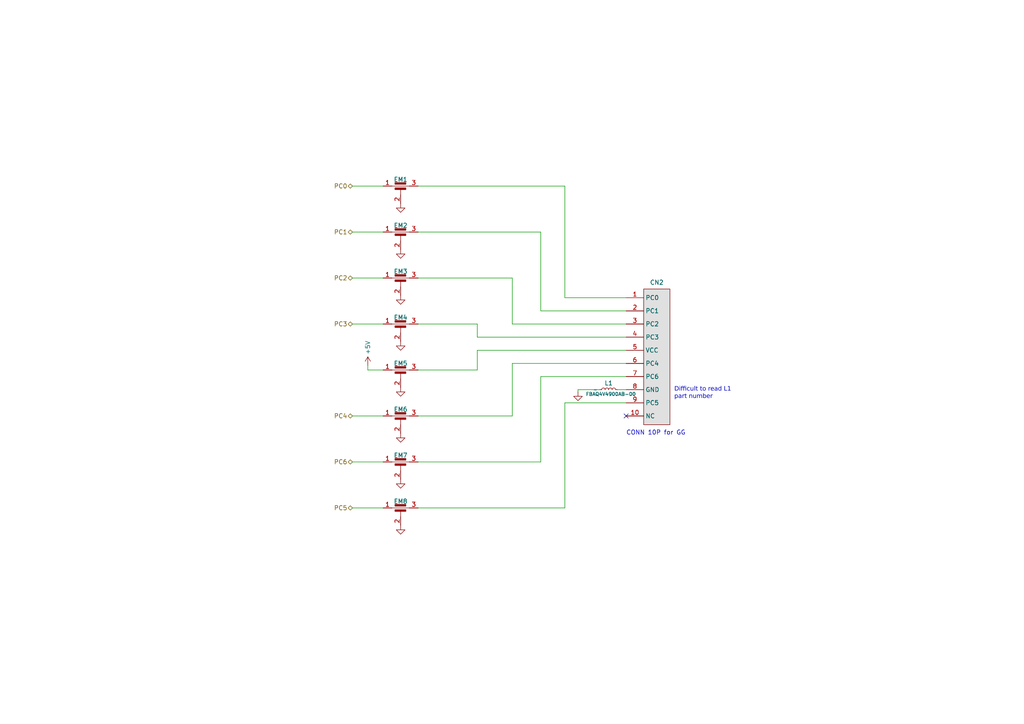
<source format=kicad_sch>
(kicad_sch (version 20231120) (generator "eeschema") (generator_version "8.0")
  (paper "A4")
  (title_block (title "Link Connector") (date "2023-02-14") (rev "1") (company "bald.ee/bitpreserve") (comment 1 "Drawn by James Lewis (@baldengineer)") (comment 2 "Modified by Allison Barfield for Microprocessor Museum"))
  (lib_symbols
    (symbol "Device:C_Feedthrough" (pin_names (offset 0.254) hide)
      (property "Reference" "C" (at 0 7.62 0))
      (property "Value" "C_Feedthrough" (at 0 5.715 0))
      (symbol "C_Feedthrough_0_1"
        (rectangle (start -1.651 1.524) (end 1.524 2.032) (fill (type outline)))
        (polyline (pts (xy -2.54 2.54) (xy 2.54 2.54)))
        (polyline (pts (xy 0 0) (xy 0 1.778)))
        (rectangle (start 1.524 3.048) (end -1.651 3.556) (fill (type outline)))
      )
      (symbol "C_Feedthrough_1_1"
        (pin passive line (at -5.08 2.54 0) (length 2.54) (name "1") (number "1"))
        (pin passive line (at 0 -2.54 90) (length 2.54) (name "2") (number "2"))
        (pin passive line (at 5.08 2.54 180) (length 2.54) (name "3") (number "3"))
      )
    )
    (symbol "Device:L_Small" (pin_numbers hide) (pin_names (offset 0.254) hide)
      (property "Reference" "L" (at 0.762 1.016 0))
      (property "Value" "L_Small" (at 0.762 -1.016 0))
      (symbol "L_Small_0_1"
        (arc (start 0 -2.032) (mid 0.5058 -1.524) (end 0 -1.016))
        (arc (start 0 -1.016) (mid 0.5058 -0.508) (end 0 0))
        (arc (start 0 0) (mid 0.5058 0.508) (end 0 1.016))
        (arc (start 0 1.016) (mid 0.5058 1.524) (end 0 2.032))
      )
      (symbol "L_Small_1_1"
        (pin passive line (at 0 2.54 270) (length 0.508) (name "~") (number "1"))
        (pin passive line (at 0 -2.54 90) (length 0.508) (name "~") (number "2"))
      )
    )
    (symbol "Game Gear Symbol Library:Conn_10P_GG"
      (property "Reference" "CN" (at -2.54 21.59 0))
      (symbol "Conn_10P_GG_0_1"
        (rectangle (start -3.81 20.32) (end 3.81 -19.05) (fill (type color) (color 132 132 132 0.25)))
      )
      (symbol "Conn_10P_GG_1_1"
        (pin passive line (at -8.89 17.78 0) (length 5.08) (name "PC0") (number "1"))
        (pin passive line (at -8.89 -16.51 0) (length 5.08) (name "NC") (number "10"))
        (pin passive line (at -8.89 13.97 0) (length 5.08) (name "PC1") (number "2"))
        (pin passive line (at -8.89 10.16 0) (length 5.08) (name "PC2") (number "3"))
        (pin passive line (at -8.89 6.35 0) (length 5.08) (name "PC3") (number "4"))
        (pin passive line (at -8.89 2.54 0) (length 5.08) (name "VCC") (number "5"))
        (pin passive line (at -8.89 -1.27 0) (length 5.08) (name "PC4") (number "6"))
        (pin passive line (at -8.89 -5.08 0) (length 5.08) (name "PC6") (number "7"))
        (pin passive line (at -8.89 -8.89 0) (length 5.08) (name "GND") (number "8"))
        (pin passive line (at -8.89 -12.7 0) (length 5.08) (name "PC5") (number "9"))
      )
    )
    (symbol "power:+5V" (power) (pin_names (offset 0))
      (property "Value" "+5V" (at 0 3.556 0))
      (symbol "+5V_0_1"
        (polyline (pts (xy -0.762 1.27) (xy 0 2.54)))
        (polyline (pts (xy 0 0) (xy 0 2.54)))
        (polyline (pts (xy 0 2.54) (xy 0.762 1.27)))
      )
      (symbol "+5V_1_1"
        (pin power_in line (at 0 0 90) (length 0) hide (name "+5V") (number "1"))
      )
    )
    (symbol "power:GND" (power) (pin_names (offset 0))
      (property "Value" "GND" (at 0 -3.81 0))
      (symbol "GND_0_1"
        (polyline (pts (xy 0 0) (xy 0 -1.27) (xy 1.27 -1.27) (xy 0 -2.54) (xy -1.27 -1.27) (xy 0 -1.27)))
      )
      (symbol "GND_1_1"
        (pin power_in line (at 0 0 270) (length 0) hide (name "GND") (number "1"))
      )
    )
  )
  (no_connect (at 181.61 120.65))
  (wire (pts (xy 138.43 101.6) (xy 181.61 101.6)))
  (wire (pts (xy 121.285 120.65) (xy 148.59 120.65)))
  (wire (pts (xy 173.99 113.03) (xy 167.64 113.03)))
  (wire (pts (xy 121.285 107.315) (xy 138.43 107.315)))
  (wire (pts (xy 138.43 97.79) (xy 138.43 93.98)))
  (wire (pts (xy 148.59 93.98) (xy 181.61 93.98)))
  (wire (pts (xy 167.64 113.03) (xy 167.64 113.665)))
  (wire (pts (xy 156.845 109.22) (xy 181.61 109.22)))
  (wire (pts (xy 179.07 113.03) (xy 181.61 113.03)))
  (wire (pts (xy 138.43 97.79) (xy 181.61 97.79)))
  (wire (pts (xy 121.285 133.985) (xy 156.845 133.985)))
  (wire (pts (xy 163.83 53.975) (xy 121.285 53.975)))
  (wire (pts (xy 102.235 120.65) (xy 111.125 120.65)))
  (wire (pts (xy 156.845 133.985) (xy 156.845 109.22)))
  (wire (pts (xy 148.59 80.645) (xy 148.59 93.98)))
  (wire (pts (xy 163.83 86.36) (xy 163.83 53.975)))
  (wire (pts (xy 121.285 80.645) (xy 148.59 80.645)))
  (wire (pts (xy 102.235 147.32) (xy 111.125 147.32)))
  (wire (pts (xy 121.285 147.32) (xy 163.83 147.32)))
  (wire (pts (xy 102.235 53.975) (xy 111.125 53.975)))
  (wire (pts (xy 156.845 90.17) (xy 181.61 90.17)))
  (wire (pts (xy 121.285 67.31) (xy 156.845 67.31)))
  (wire (pts (xy 163.83 147.32) (xy 163.83 116.84)))
  (wire (pts (xy 181.61 86.36) (xy 163.83 86.36)))
  (wire (pts (xy 102.235 67.31) (xy 111.125 67.31)))
  (wire (pts (xy 102.235 133.985) (xy 111.125 133.985)))
  (wire (pts (xy 138.43 107.315) (xy 138.43 101.6)))
  (wire (pts (xy 148.59 105.41) (xy 181.61 105.41)))
  (wire (pts (xy 106.68 107.315) (xy 106.68 106.045)))
  (wire (pts (xy 102.235 80.645) (xy 111.125 80.645)))
  (wire (pts (xy 102.235 93.98) (xy 111.125 93.98)))
  (wire (pts (xy 148.59 120.65) (xy 148.59 105.41)))
  (wire (pts (xy 163.83 116.84) (xy 181.61 116.84)))
  (wire (pts (xy 121.285 93.98) (xy 138.43 93.98)))
  (wire (pts (xy 111.125 107.315) (xy 106.68 107.315)))
  (wire (pts (xy 156.845 67.31) (xy 156.845 90.17)))
  (text "CONN 10P for GG" (at 181.61 126.365 0) (effects (font (size 1.27 1.27)) (justify left bottom)))
  (text "Difficult to read L1\npart number" (at 195.58 116.205 0) (effects (font (size 1.27 1.27)) (justify left bottom)))
  (hierarchical_label "PC4" (shape bidirectional) (at 102.235 120.65 180))
  (hierarchical_label "PC2" (shape bidirectional) (at 102.235 80.645 180))
  (hierarchical_label "PC1" (shape bidirectional) (at 102.235 67.31 180))
  (hierarchical_label "PC6" (shape bidirectional) (at 102.235 133.985 180))
  (hierarchical_label "PC3" (shape bidirectional) (at 102.235 93.98 180))
  (hierarchical_label "PC0" (shape bidirectional) (at 102.235 53.975 180))
  (hierarchical_label "PC5" (shape bidirectional) (at 102.235 147.32 180))
  (symbol (lib_id "Device:C_Feedthrough") (at 116.205 123.19 0) (unit 1)
    (property "Reference" "EM6" (at 116.205 118.745 0))
    (property "Value" "C_Feedthrough" (effects (hide yes)))
  )
  (symbol (lib_id "Device:L_Small") (at 176.53 113.03 90) (unit 1)
    (property "Reference" "L1" (at 176.53 111.125 90))
    (property "Value" "FBAQ4V4900AB-00" (at 177.165 114.3 90) (effects (font (size 1 1))))
  )
  (symbol (lib_id "Device:C_Feedthrough") (at 116.205 56.515 0) (unit 1)
    (property "Reference" "EM1" (at 116.205 52.07 0))
    (property "Value" "C_Feedthrough" (effects (hide yes)))
  )
  (symbol (lib_id "power:GND") (at 116.205 99.06 0) (unit 1)
    (property "Reference" "#PWR037" (effects (hide yes)))
    (property "Value" "GND" (effects (hide yes)))
  )
  (symbol (lib_id "power:+5V") (at 106.68 106.045 0) (unit 1)
    (property "Reference" "#PWR012" (effects (hide yes)))
    (property "Value" "+5V" (at 106.68 102.87 90) (effects (justify left)))
  )
  (symbol (lib_id "power:GND") (at 116.205 112.395 0) (unit 1)
    (property "Reference" "#PWR038" (effects (hide yes)))
    (property "Value" "GND" (effects (hide yes)))
  )
  (symbol (lib_id "power:GND") (at 116.205 125.73 0) (unit 1)
    (property "Reference" "#PWR039" (effects (hide yes)))
    (property "Value" "GND" (effects (hide yes)))
  )
  (symbol (lib_id "Device:C_Feedthrough") (at 116.205 136.525 0) (unit 1)
    (property "Reference" "EM7" (at 116.205 132.08 0))
    (property "Value" "C_Feedthrough" (effects (hide yes)))
  )
  (symbol (lib_id "Game Gear Symbol Library:Conn_10P_GG") (at 190.5 104.14 0) (unit 1)
    (property "Reference" "CN2" (at 190.5 81.915 0))
    (property "Value" "~" (at 172.72 113.03 0))
  )
  (symbol (lib_id "Device:C_Feedthrough") (at 116.205 96.52 0) (unit 1)
    (property "Reference" "EM4" (at 116.205 92.075 0))
    (property "Value" "C_Feedthrough" (effects (hide yes)))
  )
  (symbol (lib_id "power:GND") (at 116.205 139.065 0) (unit 1)
    (property "Reference" "#PWR040" (effects (hide yes)))
    (property "Value" "GND" (effects (hide yes)))
  )
  (symbol (lib_id "Device:C_Feedthrough") (at 116.205 69.85 0) (unit 1)
    (property "Reference" "EM2" (at 116.205 65.405 0))
    (property "Value" "C_Feedthrough" (effects (hide yes)))
  )
  (symbol (lib_id "power:GND") (at 116.205 59.055 0) (unit 1)
    (property "Reference" "#PWR013" (effects (hide yes)))
    (property "Value" "GND" (effects (hide yes)))
  )
  (symbol (lib_id "power:GND") (at 167.64 113.665 0) (unit 1)
    (property "Reference" "#PWR042" (effects (hide yes)))
    (property "Value" "GND" (effects (hide yes)))
  )
  (symbol (lib_id "Device:C_Feedthrough") (at 116.205 109.855 0) (unit 1)
    (property "Reference" "EM5" (at 116.205 105.41 0))
    (property "Value" "C_Feedthrough" (effects (hide yes)))
  )
  (symbol (lib_id "Device:C_Feedthrough") (at 116.205 149.86 0) (unit 1)
    (property "Reference" "EM8" (at 116.205 145.415 0))
    (property "Value" "C_Feedthrough" (effects (hide yes)))
  )
  (symbol (lib_id "power:GND") (at 116.205 72.39 0) (unit 1)
    (property "Reference" "#PWR035" (effects (hide yes)))
    (property "Value" "GND" (effects (hide yes)))
  )
  (symbol (lib_id "Device:C_Feedthrough") (at 116.205 83.185 0) (unit 1)
    (property "Reference" "EM3" (at 116.205 78.74 0))
    (property "Value" "C_Feedthrough" (effects (hide yes)))
  )
  (symbol (lib_id "power:GND") (at 116.205 152.4 0) (unit 1)
    (property "Reference" "#PWR041" (effects (hide yes)))
    (property "Value" "GND" (effects (hide yes)))
  )
  (symbol (lib_id "power:GND") (at 116.205 85.725 0) (unit 1)
    (property "Reference" "#PWR036" (effects (hide yes)))
    (property "Value" "GND" (effects (hide yes)))
  )
)
</source>
